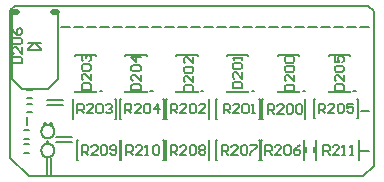
<source format=gto>
G04*
G04 #@! TF.GenerationSoftware,Altium Limited,Altium Designer,20.0.10 (225)*
G04*
G04 Layer_Color=65535*
%FSLAX25Y25*%
%MOIN*%
G70*
G01*
G75*
%ADD10C,0.00787*%
%ADD11C,0.00591*%
%ADD12C,0.01968*%
%ADD13C,0.00800*%
%ADD14C,0.00689*%
D10*
X15000Y15354D02*
X14782Y16311D01*
X14170Y17078D01*
X13286Y17504D01*
X12305D01*
X11421Y17078D01*
X10809Y16311D01*
X10591Y15354D01*
X10809Y14398D01*
X11421Y13631D01*
X12305Y13205D01*
X13286D01*
X14170Y13631D01*
X14782Y14398D01*
X15000Y15354D01*
X15000Y9055D02*
X14782Y10012D01*
X14170Y10779D01*
X13286Y11205D01*
X12305D01*
X11421Y10779D01*
X10809Y10012D01*
X10591Y9055D01*
X10809Y8099D01*
X11421Y7331D01*
X12305Y6906D01*
X13286D01*
X14170Y7331D01*
X14782Y8099D01*
X15000Y9055D01*
X394Y55807D02*
X1969Y57382D01*
X394Y6496D02*
Y55807D01*
Y6496D02*
X6496Y394D01*
X118032D01*
X118012D02*
X121653Y4035D01*
Y55413D01*
X119685Y57382D02*
X121653Y55413D01*
X1969Y57382D02*
X119685Y57382D01*
X15453Y13583D02*
X20965D01*
X15453Y12008D02*
X20965D01*
X886Y32972D02*
X4331Y29528D01*
X12992D01*
X886Y32972D02*
X984Y54528D01*
X6299Y42618D02*
X10630D01*
X8465Y44980D02*
X10630Y42815D01*
Y42618D02*
Y42815D01*
X6299Y43012D02*
X8268Y44980D01*
X6299Y42618D02*
Y43012D01*
X9055Y44980D02*
X10630D01*
X6299D02*
X10630D01*
X12992Y29528D02*
X16437Y32972D01*
X16437Y32973D01*
Y54725D01*
X14075Y886D02*
Y6398D01*
X12500Y886D02*
Y6398D01*
X113583Y40650D02*
Y40846D01*
X106496Y40650D02*
Y40846D01*
X113583Y28642D02*
Y28839D01*
X106496Y28642D02*
Y28839D01*
Y28642D02*
X113583D01*
X106496Y40846D02*
X113583D01*
X102244Y5906D02*
X102441D01*
X102244Y12402D02*
X102441D01*
X102244Y5906D02*
Y12402D01*
X116654Y5906D02*
Y12402D01*
X116457Y5906D02*
X116654D01*
X116457Y12402D02*
X116654D01*
X116929Y8858D02*
X119882D01*
X51398Y12402D02*
X51595D01*
X51398Y5906D02*
X51595D01*
Y12402D01*
X37185Y5906D02*
Y12402D01*
X37382D01*
X37185Y5906D02*
X37382D01*
X22618D02*
X22815D01*
X22618Y12402D02*
X22815D01*
X22618Y5906D02*
Y12402D01*
X37028Y5906D02*
Y12402D01*
X36831Y5906D02*
X37028D01*
X36831Y12402D02*
X37028D01*
X66457D02*
X66654D01*
X66457Y5906D02*
X66654D01*
Y12402D01*
X52244Y5906D02*
Y12402D01*
X52441D01*
X52244Y5906D02*
X52441D01*
X69075D02*
X69272D01*
X69075Y12402D02*
X69272D01*
X69075Y5906D02*
Y12402D01*
X83484Y5906D02*
Y12402D01*
X83287Y5906D02*
X83484D01*
X83287Y12402D02*
X83484D01*
X98248D02*
X98445D01*
X98248Y5906D02*
X98445D01*
Y12402D01*
X84035Y5906D02*
Y12402D01*
X84232D01*
X84035Y5906D02*
X84232D01*
X37087Y19685D02*
X37284D01*
X37087Y26181D02*
X37284D01*
X37087Y19685D02*
Y26181D01*
X51496Y19685D02*
Y26181D01*
X51299Y19685D02*
X51496D01*
X51299Y26181D02*
X51496D01*
X35354D02*
X35551D01*
X35354Y19685D02*
X35551D01*
Y26181D01*
X21142Y19685D02*
Y26181D01*
X21339D01*
X21142Y19685D02*
X21339D01*
X52343D02*
X52539D01*
X52343Y26181D02*
X52539D01*
X52343Y19685D02*
Y26181D01*
X66752Y19685D02*
Y26181D01*
X66555Y19685D02*
X66752D01*
X66555Y26181D02*
X66752D01*
X83287D02*
X83484D01*
X83287Y19685D02*
X83484D01*
Y26181D01*
X69075Y19685D02*
Y26181D01*
X69272D01*
X69075Y19685D02*
X69272D01*
X84331D02*
X84528D01*
X84331Y26181D02*
X84528D01*
X84331Y19685D02*
Y26181D01*
X98740Y19685D02*
Y26181D01*
X98543Y19685D02*
X98740D01*
X98543Y26181D02*
X98740D01*
X38780Y40846D02*
X45866D01*
X38780Y28642D02*
X45866D01*
X38780D02*
Y28839D01*
X45866Y28642D02*
Y28839D01*
X38780Y40650D02*
Y40846D01*
X45866Y40650D02*
Y40846D01*
X28937Y40650D02*
Y40846D01*
X21850Y40650D02*
Y40846D01*
X28937Y28642D02*
Y28839D01*
X21850Y28642D02*
Y28839D01*
Y28642D02*
X28937D01*
X21850Y40846D02*
X28937D01*
X55709D02*
X62795D01*
X55709Y28642D02*
X62795D01*
X55709D02*
Y28839D01*
X62795Y28642D02*
Y28839D01*
X55709Y40650D02*
Y40846D01*
X62795Y40650D02*
Y40846D01*
X79724Y40650D02*
Y40846D01*
X72638Y40650D02*
Y40846D01*
X79724Y28642D02*
Y28839D01*
X72638Y28642D02*
Y28839D01*
Y28642D02*
X79724D01*
X72638Y40846D02*
X79724D01*
X89567D02*
X96653D01*
X89567Y28642D02*
X96653D01*
X89567D02*
Y28839D01*
X96653Y28642D02*
Y28839D01*
X89567Y40650D02*
Y40846D01*
X96653Y40650D02*
Y40846D01*
X82382Y50295D02*
X85335D01*
X78051D02*
X81004D01*
X73721D02*
X76673D01*
X69390D02*
X72342D01*
X86713D02*
X89665D01*
X12500Y25787D02*
X18012D01*
X12500Y24213D02*
X18012D01*
X91043Y50295D02*
X93996D01*
X95374D02*
X98327D01*
X99705D02*
X102657D01*
X52067D02*
X55020D01*
X56398D02*
X59350D01*
X60728D02*
X63681D01*
X65059D02*
X68012D01*
X17421D02*
X20374D01*
X21752D02*
X24705D01*
X26083D02*
X29035D01*
X30413D02*
X33366D01*
X34744D02*
X37697D01*
X39075D02*
X42028D01*
X43406D02*
X46358D01*
X47736D02*
X50689D01*
X5906Y17421D02*
Y20374D01*
X117126Y22244D02*
X120079D01*
X104035Y50295D02*
X106988D01*
X108366D02*
X111319D01*
X112697D02*
X115650D01*
X117028D02*
X119980D01*
X115965Y26280D02*
X116161D01*
X115965Y19783D02*
X116161D01*
Y26280D01*
X101752Y19783D02*
Y26280D01*
X101949D01*
X101752Y19783D02*
X101949D01*
D11*
X115551Y28740D02*
X114764D01*
X115551D01*
X47835D02*
X47047D01*
X47835D01*
X30906D02*
X30118D01*
X30906D01*
X64764D02*
X63976D01*
X64764D01*
X81693D02*
X80905D01*
X81693D01*
X98622D02*
X97835D01*
X98622D01*
D12*
X14665Y55217D02*
X15945D01*
X1280D02*
X2559D01*
D13*
X101755Y8657D02*
X101755Y10232D01*
X98819Y8662D02*
X98819Y10236D01*
X4917Y12812D02*
X6492Y12812D01*
X4921Y15748D02*
X6496Y15748D01*
X4921Y11220D02*
X6496Y11220D01*
X4917Y8284D02*
X6492Y8284D01*
X5910Y24689D02*
X7485Y24688D01*
X5906Y21752D02*
X7480Y21752D01*
X5906Y29331D02*
X7480Y29331D01*
X5901Y26394D02*
X7476Y26394D01*
D14*
X13681Y17815D02*
Y18340D01*
X14206D01*
Y17815D01*
X13681D01*
X11713D02*
Y18340D01*
X12237D01*
Y17815D01*
X11713D01*
X12500Y11713D02*
Y12237D01*
X13025D01*
Y11713D01*
X12500D01*
X104759Y7678D02*
Y10826D01*
X106333D01*
X106858Y10301D01*
Y9252D01*
X106333Y8727D01*
X104759D01*
X105808D02*
X106858Y7678D01*
X110006D02*
X107907D01*
X110006Y9777D01*
Y10301D01*
X109482Y10826D01*
X108432D01*
X107907Y10301D01*
X111056Y7678D02*
X112106D01*
X111581D01*
Y10826D01*
X111056Y10301D01*
X113680Y7678D02*
X114729D01*
X114205D01*
Y10826D01*
X113680Y10301D01*
X103184Y21556D02*
Y24704D01*
X104759D01*
X105283Y24179D01*
Y23130D01*
X104759Y22605D01*
X103184D01*
X104234D02*
X105283Y21556D01*
X108432D02*
X106333D01*
X108432Y23655D01*
Y24179D01*
X107907Y24704D01*
X106858D01*
X106333Y24179D01*
X109482D02*
X110006Y24704D01*
X111056D01*
X111581Y24179D01*
Y22080D01*
X111056Y21556D01*
X110006D01*
X109482Y22080D01*
Y24179D01*
X114729Y24704D02*
X112630D01*
Y23130D01*
X113680Y23655D01*
X114204D01*
X114729Y23130D01*
Y22080D01*
X114204Y21556D01*
X113155D01*
X112630Y22080D01*
X108465Y28972D02*
X111614D01*
Y30546D01*
X111089Y31071D01*
X108990D01*
X108465Y30546D01*
Y28972D01*
X111614Y34219D02*
Y32120D01*
X109515Y34219D01*
X108990D01*
X108465Y33695D01*
Y32645D01*
X108990Y32120D01*
Y35269D02*
X108465Y35794D01*
Y36843D01*
X108990Y37368D01*
X111089D01*
X111614Y36843D01*
Y35794D01*
X111089Y35269D01*
X108990D01*
X108465Y40517D02*
Y38418D01*
X110039D01*
X109515Y39467D01*
Y39992D01*
X110039Y40517D01*
X111089D01*
X111614Y39992D01*
Y38942D01*
X111089Y38418D01*
X1084Y38189D02*
X4232D01*
Y39763D01*
X3708Y40288D01*
X1608D01*
X1084Y39763D01*
Y38189D01*
X4232Y43437D02*
Y41338D01*
X2133Y43437D01*
X1608D01*
X1084Y42912D01*
Y41862D01*
X1608Y41338D01*
Y44486D02*
X1084Y45011D01*
Y46060D01*
X1608Y46585D01*
X3708D01*
X4232Y46060D01*
Y45011D01*
X3708Y44486D01*
X1608D01*
X1084Y49734D02*
X1608Y48684D01*
X2658Y47635D01*
X3708D01*
X4232Y48160D01*
Y49209D01*
X3708Y49734D01*
X3183D01*
X2658Y49209D01*
Y47635D01*
X91832Y28937D02*
X94980D01*
Y30511D01*
X94455Y31036D01*
X92356D01*
X91832Y30511D01*
Y28937D01*
X94980Y34185D02*
Y32086D01*
X92881Y34185D01*
X92356D01*
X91832Y33660D01*
Y32610D01*
X92356Y32086D01*
Y35234D02*
X91832Y35759D01*
Y36808D01*
X92356Y37333D01*
X94455D01*
X94980Y36808D01*
Y35759D01*
X94455Y35234D01*
X92356D01*
Y38383D02*
X91832Y38908D01*
Y39957D01*
X92356Y40482D01*
X94455D01*
X94980Y39957D01*
Y38908D01*
X94455Y38383D01*
X92356D01*
X74472Y29875D02*
X77621D01*
Y31449D01*
X77096Y31974D01*
X74997D01*
X74472Y31449D01*
Y29875D01*
X77621Y35123D02*
Y33024D01*
X75521Y35123D01*
X74997D01*
X74472Y34598D01*
Y33548D01*
X74997Y33024D01*
Y36172D02*
X74472Y36697D01*
Y37747D01*
X74997Y38271D01*
X77096D01*
X77621Y37747D01*
Y36697D01*
X77096Y36172D01*
X74997D01*
X77621Y39321D02*
Y40370D01*
Y39846D01*
X74472D01*
X74997Y39321D01*
X58170Y28642D02*
X61319D01*
Y30216D01*
X60794Y30741D01*
X58695D01*
X58170Y30216D01*
Y28642D01*
X61319Y33889D02*
Y31790D01*
X59220Y33889D01*
X58695D01*
X58170Y33365D01*
Y32315D01*
X58695Y31790D01*
Y34939D02*
X58170Y35464D01*
Y36513D01*
X58695Y37038D01*
X60794D01*
X61319Y36513D01*
Y35464D01*
X60794Y34939D01*
X58695D01*
X61319Y40187D02*
Y38087D01*
X59220Y40187D01*
X58695D01*
X58170Y39662D01*
Y38612D01*
X58695Y38087D01*
X24115Y29331D02*
X27264D01*
Y30905D01*
X26739Y31430D01*
X24640D01*
X24115Y30905D01*
Y29331D01*
X27264Y34578D02*
Y32479D01*
X25165Y34578D01*
X24640D01*
X24115Y34054D01*
Y33004D01*
X24640Y32479D01*
Y35628D02*
X24115Y36153D01*
Y37202D01*
X24640Y37727D01*
X26739D01*
X27264Y37202D01*
Y36153D01*
X26739Y35628D01*
X24640D01*
Y38776D02*
X24115Y39301D01*
Y40351D01*
X24640Y40876D01*
X25165D01*
X25690Y40351D01*
Y39826D01*
Y40351D01*
X26214Y40876D01*
X26739D01*
X27264Y40351D01*
Y39301D01*
X26739Y38776D01*
X40749Y29134D02*
X43898D01*
Y30708D01*
X43373Y31233D01*
X41274D01*
X40749Y30708D01*
Y29134D01*
X43898Y34381D02*
Y32283D01*
X41799Y34381D01*
X41274D01*
X40749Y33857D01*
Y32807D01*
X41274Y32283D01*
Y35431D02*
X40749Y35956D01*
Y37005D01*
X41274Y37530D01*
X43373D01*
X43898Y37005D01*
Y35956D01*
X43373Y35431D01*
X41274D01*
X43898Y40154D02*
X40749D01*
X42323Y38580D01*
Y40679D01*
X86221Y21358D02*
Y24507D01*
X87795D01*
X88319Y23982D01*
Y22933D01*
X87795Y22408D01*
X86221D01*
X87270D02*
X88319Y21358D01*
X91468D02*
X89369D01*
X91468Y23457D01*
Y23982D01*
X90943Y24507D01*
X89894D01*
X89369Y23982D01*
X92518D02*
X93042Y24507D01*
X94092D01*
X94617Y23982D01*
Y21883D01*
X94092Y21358D01*
X93042D01*
X92518Y21883D01*
Y23982D01*
X95666D02*
X96191Y24507D01*
X97241D01*
X97765Y23982D01*
Y21883D01*
X97241Y21358D01*
X96191D01*
X95666Y21883D01*
Y23982D01*
X71457Y21457D02*
Y24605D01*
X73031D01*
X73556Y24081D01*
Y23031D01*
X73031Y22506D01*
X71457D01*
X72506D02*
X73556Y21457D01*
X76704D02*
X74605D01*
X76704Y23556D01*
Y24081D01*
X76180Y24605D01*
X75130D01*
X74605Y24081D01*
X77754D02*
X78279Y24605D01*
X79328D01*
X79853Y24081D01*
Y21982D01*
X79328Y21457D01*
X78279D01*
X77754Y21982D01*
Y24081D01*
X80902Y21457D02*
X81952D01*
X81427D01*
Y24605D01*
X80902Y24081D01*
X53839Y21457D02*
Y24605D01*
X55413D01*
X55938Y24081D01*
Y23031D01*
X55413Y22506D01*
X53839D01*
X54888D02*
X55938Y21457D01*
X59086D02*
X56987D01*
X59086Y23556D01*
Y24081D01*
X58561Y24605D01*
X57512D01*
X56987Y24081D01*
X60136D02*
X60660Y24605D01*
X61710D01*
X62235Y24081D01*
Y21982D01*
X61710Y21457D01*
X60660D01*
X60136Y21982D01*
Y24081D01*
X65383Y21457D02*
X63284D01*
X65383Y23556D01*
Y24081D01*
X64859Y24605D01*
X63809D01*
X63284Y24081D01*
X22736Y21457D02*
Y24605D01*
X24310D01*
X24835Y24081D01*
Y23031D01*
X24310Y22506D01*
X22736D01*
X23786D02*
X24835Y21457D01*
X27984D02*
X25885D01*
X27984Y23556D01*
Y24081D01*
X27459Y24605D01*
X26410D01*
X25885Y24081D01*
X29033D02*
X29558Y24605D01*
X30608D01*
X31133Y24081D01*
Y21982D01*
X30608Y21457D01*
X29558D01*
X29033Y21982D01*
Y24081D01*
X32182D02*
X32707Y24605D01*
X33756D01*
X34281Y24081D01*
Y23556D01*
X33756Y23031D01*
X33231D01*
X33756D01*
X34281Y22506D01*
Y21982D01*
X33756Y21457D01*
X32707D01*
X32182Y21982D01*
X38681Y21457D02*
Y24605D01*
X40255D01*
X40780Y24081D01*
Y23031D01*
X40255Y22506D01*
X38681D01*
X39731D02*
X40780Y21457D01*
X43929D02*
X41830D01*
X43929Y23556D01*
Y24081D01*
X43404Y24605D01*
X42355D01*
X41830Y24081D01*
X44978D02*
X45503Y24605D01*
X46553D01*
X47077Y24081D01*
Y21982D01*
X46553Y21457D01*
X45503D01*
X44978Y21982D01*
Y24081D01*
X49701Y21457D02*
Y24605D01*
X48127Y23031D01*
X50226D01*
X85433Y7677D02*
Y10826D01*
X87007D01*
X87532Y10301D01*
Y9251D01*
X87007Y8727D01*
X85433D01*
X86483D02*
X87532Y7677D01*
X90681D02*
X88582D01*
X90681Y9776D01*
Y10301D01*
X90156Y10826D01*
X89106D01*
X88582Y10301D01*
X91730D02*
X92255Y10826D01*
X93305D01*
X93829Y10301D01*
Y8202D01*
X93305Y7677D01*
X92255D01*
X91730Y8202D01*
Y10301D01*
X96978Y10826D02*
X95928Y10301D01*
X94879Y9251D01*
Y8202D01*
X95404Y7677D01*
X96453D01*
X96978Y8202D01*
Y8727D01*
X96453Y9251D01*
X94879D01*
X70965Y7677D02*
Y10826D01*
X72539D01*
X73064Y10301D01*
Y9251D01*
X72539Y8727D01*
X70965D01*
X72014D02*
X73064Y7677D01*
X76212D02*
X74113D01*
X76212Y9776D01*
Y10301D01*
X75687Y10826D01*
X74638D01*
X74113Y10301D01*
X77262D02*
X77786Y10826D01*
X78836D01*
X79361Y10301D01*
Y8202D01*
X78836Y7677D01*
X77786D01*
X77262Y8202D01*
Y10301D01*
X80410Y10826D02*
X82509D01*
Y10301D01*
X80410Y8202D01*
Y7677D01*
X53839Y7579D02*
Y10727D01*
X55413D01*
X55938Y10203D01*
Y9153D01*
X55413Y8628D01*
X53839D01*
X54888D02*
X55938Y7579D01*
X59086D02*
X56987D01*
X59086Y9678D01*
Y10203D01*
X58561Y10727D01*
X57512D01*
X56987Y10203D01*
X60136D02*
X60660Y10727D01*
X61710D01*
X62235Y10203D01*
Y8104D01*
X61710Y7579D01*
X60660D01*
X60136Y8104D01*
Y10203D01*
X63284D02*
X63809Y10727D01*
X64859D01*
X65383Y10203D01*
Y9678D01*
X64859Y9153D01*
X65383Y8628D01*
Y8104D01*
X64859Y7579D01*
X63809D01*
X63284Y8104D01*
Y8628D01*
X63809Y9153D01*
X63284Y9678D01*
Y10203D01*
X63809Y9153D02*
X64859D01*
X24213Y7579D02*
Y10727D01*
X25787D01*
X26312Y10203D01*
Y9153D01*
X25787Y8628D01*
X24213D01*
X25262D02*
X26312Y7579D01*
X29460D02*
X27361D01*
X29460Y9678D01*
Y10203D01*
X28936Y10727D01*
X27886D01*
X27361Y10203D01*
X30510D02*
X31035Y10727D01*
X32084D01*
X32609Y10203D01*
Y8104D01*
X32084Y7579D01*
X31035D01*
X30510Y8104D01*
Y10203D01*
X33658Y8104D02*
X34183Y7579D01*
X35233D01*
X35757Y8104D01*
Y10203D01*
X35233Y10727D01*
X34183D01*
X33658Y10203D01*
Y9678D01*
X34183Y9153D01*
X35757D01*
X39075Y7579D02*
Y10727D01*
X40649D01*
X41174Y10203D01*
Y9153D01*
X40649Y8628D01*
X39075D01*
X40124D02*
X41174Y7579D01*
X44322D02*
X42223D01*
X44322Y9678D01*
Y10203D01*
X43798Y10727D01*
X42748D01*
X42223Y10203D01*
X45372Y7579D02*
X46422D01*
X45897D01*
Y10727D01*
X45372Y10203D01*
X47996D02*
X48521Y10727D01*
X49570D01*
X50095Y10203D01*
Y8104D01*
X49570Y7579D01*
X48521D01*
X47996Y8104D01*
Y10203D01*
M02*

</source>
